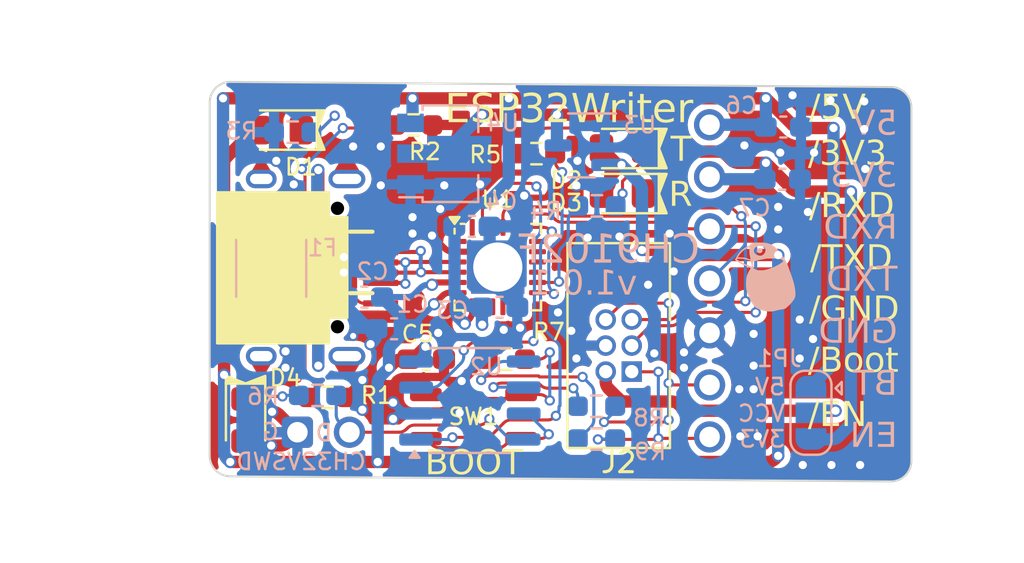
<source format=kicad_pcb>
(kicad_pcb (version 20240108) (generator "pcbnew") (generator_version "8.0")
  (title_block (title "ESP32-Write-CH9102F") (rev "1.0.1") (company "Atsushi Morimoto(@74th)"))
  (layers (0 "F.Cu" signal) (31 "B.Cu" signal) (34 "B.Paste" user) (35 "F.Paste" user) (36 "B.SilkS" user "B.Silkscreen") (37 "F.SilkS" user "F.Silkscreen") (38 "B.Mask" user) (39 "F.Mask" user) (44 "Edge.Cuts" user))
  (net 0 "")
  (net 1 "GND")
  (net 2 "VDD")
  (net 3 "+5V")
  (net 4 "+3V3")
  (net 5 "/ESP_EN")
  (net 6 "/USB_RXD")
  (net 7 "/USB_TXD")
  (net 8 "/ESP_BOOT")
  (net 9 "/SWDIO")
  (net 10 "Net-(D1-K)")
  (net 11 "Net-(D2-K)")
  (net 12 "Net-(D3-K)")
  (net 13 "Net-(D4-K)")
  (net 14 "Net-(J1-VBUS)")
  (net 15 "/D+")
  (net 16 "/D-")
  (net 17 "Net-(J1-CC1)")
  (net 18 "Net-(J1-CC2)")
  (net 19 "Net-(U1-TXS{slash}GPIO0)")
  (net 20 "Net-(U1-RXS{slash}GPIO1)")
  (net 21 "Net-(R7-Pad1)")
  (net 22 "Net-(U2-PC4)")
  (net 27 "/RTS")
  (net 29 "/DTR")
  (net 36 "Net-(U2-PC2)")
  (net 37 "Net-(U2-PC1)")
  (net 38 "Net-(J2-VCC)")
  (footprint "74th:Connector_USB-C-Receptacle_SMT_12-Pin_Simple" (layer "F.Cu") (at 52.865 35.56 -90)
    (property "Reference" "J1" (hide yes))
    (property "Value" "USB2.0-C_SMT")
  )
  (footprint "74th:PinOut_Pin_2" (layer "F.Cu") (at 57.07 43.6 180)
    (property "Reference" "CH2" (hide yes))
    (property "Value" "SWD")
  )
  (footprint "74th:Register_0603_1608" (layer "F.Cu") (at 56 41.9)
    (property "Reference" "R1")
    (property "Value" "5.1k" (hide yes))
  )
  (footprint "74th:PinOut_Pin_7" (layer "F.Cu") (at 74.65 28.59 -90)
    (property "Reference" "CH1" (hide yes))
    (property "Value" "Pin_7" (hide yes))
  )
  (footprint "74th:Register_0603_1608" (layer "F.Cu") (at 60.2 28.6)
    (property "Reference" "R2")
    (property "Value" "5.1k" (hide yes))
  )
  (footprint "74th:LED_0805_2012" (layer "F.Cu") (at 53.7 28.85 180)
    (property "Reference" "D1")
    (property "Value" "RED" (hide yes))
  )
  (footprint "74th:LED_0805_2012" (layer "F.Cu") (at 52 43 -90)
    (property "Reference" "D4")
    (property "Value" "YELLOW" (hide yes))
  )
  (footprint "74th:Connector_BoxPinHeader_2x03_P1.27mm" (layer "F.Cu") (at 70.215 39.37 180)
    (property "Reference" "J2")
    (property "Value" "ESP-Prog-ProgramCOM_SEND" (hide yes))
  )
  (footprint "74th:Capacitor_0603_1608" (layer "F.Cu") (at 60.725 40.035)
    (property "Reference" "C5")
    (property "Value" "100n" (hide yes))
  )
  (footprint "74th:Package_QFN-24-1EP_4x4mm_P0.5mm_EP2.6x2.6mm_hand" (layer "F.Cu") (at 64.3125 35.5375)
    (property "Reference" "U1")
    (property "Value" "CH9102F")
  )
  (footprint "74th:Switch_SKRPABE010_Pin-4" (layer "F.Cu") (at 63.125 42.835 180)
    (property "Reference" "SW1")
    (property "Value" "SW_Push" (hide yes))
  )
  (footprint "74th:LED_0805_2012" (layer "F.Cu") (at 70.4 31.95 180)
    (property "Reference" "D3")
    (property "Value" "BLUE" (hide yes))
  )
  (footprint "74th:Register_0603_1608" (layer "F.Cu") (at 64.725 40.035 180)
    (property "Reference" "R7")
    (property "Value" "10k" (hide yes))
  )
  (footprint "74th:Register_0603_1608" (layer "F.Cu") (at 66.2 30)
    (property "Reference" "R5")
    (property "Value" "10k" (hide yes))
  )
  (footprint "74th:LED_0805_2012" (layer "F.Cu") (at 70.4 29.75 180)
    (property "Reference" "D2")
    (property "Value" "BLUE" (hide yes))
  )
  (footprint "74th:Register_0603_1608" (layer "B.Cu") (at 69.13 43.93)
    (property "Reference" "R9")
    (property "Value" "10" (hide yes))
  )
  (footprint "74th:Package_Fuse_1812_4532m" (layer "B.Cu") (at 53.25 35.6 90)
    (property "Reference" "F1")
    (property "Value" "Polyfuse" (hide yes))
  )
  (footprint "74th:Capacitor_0603_1608" (layer "B.Cu") (at 59.35 38.55 180)
    (property "Reference" "C1")
    (property "Value" "100n" (hide yes))
  )
  (footprint "74th:Register_0603_1608" (layer "B.Cu") (at 69.15 32.55 180)
    (property "Reference" "R4")
    (property "Value" "10k" (hide yes))
  )
  (footprint "74th:SolderJumper-3" (layer "B.Cu") (at 79.6 42.65 -90)
    (property "Reference" "JP1")
    (property "Value" "Jumper_3_Open")
  )
  (footprint "74th:Capacitor_0603_1608" (layer "B.Cu") (at 62.95 33.55)
    (property "Reference" "C4")
    (property "Value" "100n" (hide yes))
  )
  (footprint "74th:Capacitor_0603_1608" (layer "B.Cu") (at 64.3 37.5)
    (property "Reference" "C3")
    (property "Value" "100n" (hide yes))
  )
  (footprint "74th:Register_0603_1608" (layer "B.Cu") (at 69.13 42.33)
    (property "Reference" "R8")
    (property "Value" "10" (hide yes))
  )
  (footprint "74th:Logo_74th_4mm" (layer "B.Cu") (at 77.47 36.195 180)
    (property "Reference" "MISC-ICON" (hide yes))
    (property "Value" "LOGO" (hide yes))
  )
  (footprint "74th:Capacitor_0603_1608" (layer "B.Cu") (at 78.15 28.7)
    (property "Reference" "C6")
    (property "Value" "10u" (hide yes))
  )
  (footprint "74th:Package_SOIC-8_3.9x4.9mm_P1.27mm" (layer "B.Cu") (at 62.95 42.05)
    (property "Reference" "U2")
    (property "Value" "CH32V003J4M6")
  )
  (footprint "74th:Capacitor_0603_1608" (layer "B.Cu") (at 78.1 31.25)
    (property "Reference" "C7")
    (property "Value" "10u" (hide yes))
  )
  (footprint "74th:Capacitor_0603_1608" (layer "B.Cu") (at 57.9 37 180)
    (property "Reference" "C2")
    (property "Value" "100n" (hide yes))
  )
  (footprint "74th:Package_SOT-23" (layer "B.Cu") (at 68.4 29.6 180)
    (property "Reference" "U3")
    (property "Value" "CH213K")
  )
  (footprint "74th:Register_0603_1608" (layer "B.Cu") (at 54.3 28.95 180)
    (property "Reference" "R3")
    (property "Value" "5.1k" (hide yes))
  )
  (footprint "74th:Register_0603_1608" (layer "B.Cu") (at 55.5125 41.8)
    (property "Reference" "R6")
    (property "Value" "1k" (hide yes))
  )
  (footprint "74th:Package_SOT-89-3" (layer "B.Cu") (at 62 30)
    (property "Reference" "U4")
    (property "Value" "AMS1117")
  )
  (gr_arc (start 84.5 45) (mid 84.207107 45.707107) (end 83.5 46) (stroke (width 0.1)) (layer "Edge.Cuts"))
  (gr_line (start 51.25 26.5) (end 83.5 26.75) (stroke (width 0.1)) (layer "Edge.Cuts"))
  (gr_arc (start 51.25 45.75) (mid 50.542893 45.457107) (end 50.25 44.75) (stroke (width 0.1)) (layer "Edge.Cuts"))
  (gr_line (start 50.25 27.5) (end 50.25 44.75) (stroke (width 0.1)) (layer "Edge.Cuts"))
  (gr_line (start 84.5 45) (end 84.5 27.75) (stroke (width 0.1)) (layer "Edge.Cuts"))
  (gr_arc (start 50.25 27.5) (mid 50.542893 26.792893) (end 51.25 26.5) (stroke (width 0.1)) (layer "Edge.Cuts"))
  (gr_line (start 51.25 45.75) (end 83.5 46) (stroke (width 0.1)) (layer "Edge.Cuts"))
  (gr_arc (start 83.5 26.75) (mid 84.207107 27.042893) (end 84.5 27.75) (stroke (width 0.1)) (layer "Edge.Cuts"))
  (gr_text "3V3" (at 83.82 31.115 0) (layer "B.SilkS") (effects (font (size 1.2 1.2) (thickness 0.12)) (justify left mirror)))
  (gr_text "BT" (at 83.82 41.275 0) (layer "B.SilkS") (effects (font (size 1.2 1.2) (thickness 0.12)) (justify left mirror)))
  (gr_text "RXD" (at 83.82 33.655 0) (layer "B.SilkS") (effects (font (size 1.2 1.2) (thickness 0.12)) (justify left mirror)))
  (gr_text "GND" (at 83.82 38.735 0) (layer "B.SilkS") (effects (font (size 1.2 1.2) (thickness 0.12)) (justify left mirror)))
  (gr_text "3V3" (at 78.4 44.4 0) (layer "B.SilkS") (effects (font (size 0.8 0.8) (thickness 0.12)) (justify left bottom mirror)))
  (gr_text "VCC" (at 78.4 43.15 0) (layer "B.SilkS") (effects (font (size 0.8 0.8) (thickness 0.12)) (justify left bottom mirror)))
  (gr_text "CH9102F" (at 74.168 35.56 0) (layer "B.SilkS") (effects (font (size 1.4 1.4) (thickness 0.12)) (justify left bottom mirror)))
  (gr_text "EN" (at 83.82 43.815 0) (layer "B.SilkS") (effects (font (size 1.2 1.2) (thickness 0.12)) (justify left mirror)))
  (gr_text "G" (at 53.7 44.05 0) (layer "B.SilkS") (effects (font (size 0.8 0.8) (thickness 0.12)) (justify left bottom mirror)))
  (gr_text "v${REVISION}" (at 71.12 37.084 0) (layer "B.SilkS") (effects (font (size 1.2 1.2) (thickness 0.12)) (justify left bottom mirror)))
  (gr_text "CH32VSWD" (at 57.95 45.5 0) (layer "B.SilkS") (effects (font (size 0.8 0.8) (thickness 0.12)) (justify left bottom mirror)))
  (gr_text "5V" (at 78.4 41.85 0) (layer "B.SilkS") (effects (font (size 0.8 0.8) (thickness 0.12)) (justify left bottom mirror)))
  (gr_text "TXD" (at 83.82 36.195 0) (layer "B.SilkS") (effects (font (size 1.2 1.2) (thickness 0.12)) (justify left mirror)))
  (gr_text "5V" (at 83.82 28.575 0) (layer "B.SilkS") (effects (font (size 1.2 1.2) (thickness 0.12)) (justify left mirror)))
  (gr_text "D" (at 56.3 44.1 0) (layer "B.SilkS") (effects (font (size 0.8 0.8) (thickness 0.12)) (justify left bottom mirror)))
  (gr_text "/5V" (at 79.5 28.5 0) (layer "F.SilkS") (effects (font (size 1.2 1.2) (thickness 0.12)) (justify left bottom)))
  (gr_text "/GND" (at 79.5 38.35 0) (layer "F.SilkS") (effects (font (size 1.2 1.2) (thickness 0.12)) (justify left bottom)))
  (gr_text "/RXD" (at 79.5 33.3 0) (layer "F.SilkS") (effects (font (size 1.2 1.2) (thickness 0.12)) (justify left bottom)))
  (gr_text "/3V3" (at 79.45 30.75 0) (layer "F.SilkS") (effects (font (size 1.2 1.2) (thickness 0.12)) (justify left bottom)))
  (gr_text "ESP32Writer" (at 61.722 28.702 0) (layer "F.SilkS") (effects (font (size 1.4 1.4) (thickness 0.12)) (justify left bottom)))
  (gr_text "T" (at 72.75 29.85 0) (layer "F.SilkS") (effects (font (size 1.2 1.2) (thickness 0.12)) (justify left)))
  (gr_text "/EN" (at 79.45 43.5 0) (layer "F.SilkS") (effects (font (size 1.2 1.2) (thickness 0.12)) (justify left bottom)))
  (gr_text "R" (at 72.65 32.05 0) (layer "F.SilkS") (effects (font (size 1.2 1.2) (thickness 0.12)) (justify left)))
  (gr_text "/Boot" (at 79.45 40.85 0) (layer "F.SilkS") (effects (font (size 1.2 1.2) (thickness 0.12)) (justify left bottom)))
  (gr_text "/TXD" (at 79.55 35.85 0) (layer "F.SilkS") (effects (font (size 1.2 1.2) (thickness 0.12)) (justify left bottom)))
  (segment (start 59.2 42.15) (end 59.2 41.407107) (width 0.4) (layer "F.Cu") (net 1))
  (segment (start 62.375 34.7875) (end 63.5625 34.7875) (width 0.3) (layer "F.Cu") (net 1))
  (segment (start 65.6 32.05) (end 65.7 32.15) (width 0.3) (layer "F.Cu") (net 1))
  (segment (start 61.7 40.9) (end 61.753554 40.953554) (width 0.4) (layer "F.Cu") (net 1))
  (segment (start 62.107107 41.1) (end 62.55 41.1) (width 0.4) (layer "F.Cu") (net 1))
  (segment (start 65.7 32.15) (end 66.542893 32.15) (width 0.3) (layer "F.Cu") (net 1))
  (segment (start 56.9125 41.8375) (end 57.7 41.05) (width 0.4) (layer "F.Cu") (net 1))
  (segment (start 57.1 41.9) (end 57.7 42.5) (width 0.4) (layer "F.Cu") (net 1))
  (segment (start 62.375 34.7875) (end 62.094607 34.7875) (width 0.3) (layer "F.Cu") (net 1))
  (segment (start 53.293252 42.600359) (end 53.342103 42.600359) (width 0.6) (layer "F.Cu") (net 1))
  (segment (start 54.53 43.62) (end 54.046446 44.103554) (width 0.6) (layer "F.Cu") (net 1))
  (segment (start 66.9 32) (end 66.9 31.6) (width 0.3) (layer "F.Cu") (net 1))
  (segment (start 53.646446 42.746446) (end 54.5 43.6) (width 0.6) (layer "F.Cu") (net 1))
  (segment (start 61.741053 34.641053) (end 61.1 34) (width 0.3) (layer "F.Cu") (net 1))
  (segment (start 53.692893 44.25) (end 53.25 44.25) (width 0.6) (layer "F.Cu") (net 1))
  (segment (start 59.707107 40.9) (end 61.7 40.9) (width 0.4) (layer "F.Cu") (net 1))
  (segment (start 62.6 41.1) (end 62.55 41.1) (width 0.4) (layer "F.Cu") (net 1))
  (segment (start 62.75 40.95) (end 62.6 41.1) (width 0.4) (layer "F.Cu") (net 1))
  (segment (start 59.346447 41.053553) (end 59.353554 41.046446) (width 0.4) (layer "F.Cu") (net 1))
  (segment (start 63.665 40.035) (end 62.75 40.95) (width 0.4) (layer "F.Cu") (net 1))
  (segment (start 66.896447 32.003553) (end 66.9 32) (width 0.3) (layer "F.Cu") (net 1))
  (segment (start 53.292893 42.6) (end 53.293252 42.600359) (width 0.6) (layer "F.Cu") (net 1))
  (segment (start 54.53 43.6) (end 54.53 43.62) (width 0.6) (layer "F.Cu") (net 1))
  (segment (start 54.5 43.6) (end 54.53 43.6) (width 0.6) (layer "F.Cu") (net 1))
  (via (at 68.2 30.35) (size 0.6) (drill 0.4) (layers "F.Cu" "B.Cu") (net 1))
  (via (at 57.25 38.9) (size 0.5) (drill 0.3) (layers "F.Cu" "B.Cu") (net 1))
  (via (at 61.5 32.7) (size 0.6) (drill 0.4) (layers "F.Cu" "B.Cu") (net 1))
  (via (at 57.25 29.65) (size 0.6) (drill 0.4) (layers "F.Cu" "B.Cu") (net 1))
  (via (at 53.95 39.65) (size 0.6) (drill 0.4) (layers "F.Cu" "B.Cu") (net 1))
  (via (at 79.05 40) (size 0.6) (drill 0.4) (layers "F.Cu" "B.Cu") (net 1))
  (via (at 62.55 41.1) (size 0.6) (drill 0.4) (layers "F.Cu" "B.Cu") (net 1))
  (via (at 65.4 38.5) (size 0.6) (drill 0.4) (layers "F.Cu" "B.Cu") (net 1))
  (via (at 59.2 42.95) (size 0.6) (drill 0.4) (layers "F.Cu" "B.Cu") (net 1))
  (via (at 80.6 45.2) (size 0.6) (drill 0.4) (layers "F.Cu" "B.Cu") (net 1))
  (via (at 76.35 29.6) (size 0.6) (drill 0.4) (layers "F.Cu" "B.Cu") (net 1))
  (via (at 76.1 41.5) (size 0.6) (drill 0.4) (layers "F.Cu" "B.Cu") (net 1))
  (via (at 79.75 29.95) (size 0.6) (drill 0.4) (layers "F.Cu" "B.Cu") (net 1))
  (via (at 53.95 40.45) (size 0.6) (drill 0.4) (layers "F.Cu" "B.Cu") (net 1))
  (via (at 67.9 38.65) (size 0.6) (drill 0.4) (layers "F.Cu" "B.Cu") (net 1))
  (via (at 58.1 39.3) (size 0.6) (drill 0.4) (layers "F.Cu" "B.Cu") (net 1))
  (via (at 82 45.2) (size 0.6) (drill 0.4) (layers "F.Cu" "B.Cu") (net 1))
  (via (at 82.2 28.8) (size 0.6) (drill 0.4) (layers "F.Cu" "B.Cu") (net 1))
  (via (at 53.25 44.25) (size 0.6) (drill 0.4) (layers "F.Cu" "B.Cu") (net 1))
  (via (at 56.8 35.05) (size 0.6) (drill 0.4) (layers "F.Cu" "B.Cu") (net 1))
  (via (at 60.15 33.9) (size 0.6) (drill 0.4) (layers "F.Cu" "B.Cu") (net 1))
  (via (at 71.65 36.4) (size 0.6) (drill 0.4) (layers "F.Cu" "B.Cu") (net 1))
  (via (at 53.5 30.35) (size 0.6) (drill 0.4) (layers "F.Cu" "B.Cu") (net 1))
  (via (at 79.2 45.2) (size 0.6) (drill 0.4) (layers "F.Cu" "B.Cu") (net 1))
  (via (at 68.15 40) (size 0.6) (drill 0.4) (layers "F.Cu" "B.Cu") (net 1))
  (via (at 71.95 39.75) (size 0.6) (drill 0.4) (layers "F.Cu" "B.Cu") (net 1))
  (via (at 72.9 35.75) (size 0.6) (drill 0.4) (layers "F.Cu" "B.Cu") (net 1))
  (via (at 76.8 41.5) (size 0.6) (drill 0.4) (layers "F.Cu" "B.Cu") (net 1))
  (via (at 59.2 42.15) (size 0.6) (drill 0.4) (layers "F.Cu" "B.Cu") (net 1))
  (via (at 72.7 33.9) (size 0.6) (drill 0.4) (layers "F.Cu" "B.Cu") (net 1))
  (via (at 78 33.7) (size 0.6) (drill 0.4) (layers "F.Cu" "B.Cu") (net 1))
  (via (at 78.7 27.15) (size 0.6) (drill 0.4) (layers "F.Cu" "B.Cu") (net 1))
  (via (at 78 32.6) (size 0.6) (drill 0.4) (layers "F.Cu" "B.Cu") (net 1))
  (via (at 79.05 38.1) (size 0.6) (drill 0.4) (layers "F.Cu" "B.Cu") (net 1))
  (via (at 58.6 31.55) (size 0.6) (drill 0.4) (layers "F.Cu" "B.Cu") (net 1))
  (via (at 77 43.8) (size 0.6) (drill 0.4) (layers "F.Cu" "B.Cu") (net 1))
  (via (at 79.7 39.05) (size 0.6) (drill 0.4) (layers "F.Cu" "B.Cu") (net 1))
  (via (at 61.7 31.55) (size 0.6) (drill 0.4) (layers "F.Cu" "B.Cu") (net 1))
  (via (at 53.292893 42.6) (size 0.6) (drill 0.4) (layers "F.Cu" "B.Cu") (net 1))
  (via (at 54.35 31.5) (size 0.6) (drill 0.4) (layers "F.Cu" "B.Cu") (net 1))
  (via (at 65.6 32.05) (size 0.6) (drill 0.4) (layers "F.Cu" "B.Cu") (net 1))
  (via (at 70.25 34.05) (size 0.6) (drill 0.4) (layers "F.Cu" "B.Cu") (net 1))
  (via (at 76.15 43.8) (size 0.6) (drill 0.4) (layers "F.Cu" "B.Cu") (net 1))
  (via (at 57.7 42.5) (size 0.6) (drill 0.4) (layers "F.Cu" "B.Cu") (net 1))
  (via (at 73.4 39.7) (size 0.6) (drill 0.4) (layers "F.Cu" "B.Cu") (net 1))
  (via (at 76.8 38.8) (size 0.6) (drill 0.4) (layers "F.Cu" "B.Cu") (net 1))
  (via (at 58.6 29.65) (size 0.6) (drill 0.4) (layers "F.Cu" "B.Cu") (net 1))
  (via (at 57.7 41.05) (size 0.6) (drill 0.4) (layers "F.Cu" "B.Cu") (net 1))
  (via (at 82.2 27.45) (size 0.6) (drill 0.4) (layers "F.Cu" "B.Cu") (net 1))
  (via (at 67.25 37.75) (size 0.6) (drill 0.4) (layers "F.Cu" "B.Cu") (net 1))
  (via (at 82.25 30.75) (size 0.6) (drill 0.4) (layers "F.Cu" "B.Cu") (net 1))
  (via (at 79.45 32.85) (size 0.6) (drill 0.4) (layers "F.Cu" "B.Cu") (net 1))
  (via (at 61.4 38.75) (size 0.6) (drill 0.4) (layers "F.Cu" "B.Cu") (net 1))
  (via (at 68.7 34.1) (size 0.6) (drill 0.4) (layers "F.Cu" "B.Cu") (net 1))
  (via (at 56.8 35.8) (size 0.6) (drill 0.4) (layers "F.Cu" "B.Cu") (net 1))
  (via (at 76.8 40.35) (size 0.6) (drill 0.4) (layers "F.Cu" "B.Cu") (net 1))
  (via (at 64.6 38.6) (size 0.6) (drill 0.4) (layers "F.Cu" "B.Cu") (net 1))
  (via (at 78.1 29.95) (size 0.6) (drill 0.4) (layers "F.Cu" "B.Cu") (net 1))
  (via (at 73.4 40.45) (size 0.6) (drill 0.4) (layers "F.Cu" "B.Cu") (net 1))
  (via (at 60.15 33.1) (size 0.6) (drill 0.4) (layers "F.Cu" "B.Cu") (net 1))
  (via (at 80.55 27.4) (size 0.6) (drill 0.4) (layers "F.Cu" "B.Cu") (net 1))
  (via (at 62.45 42.65) (size 0.6) (drill 0.4) (layers "F.Cu" "B.Cu") (net 1))
  (via (at 68.15 31.55) (size 0.6) (drill 0.4) (layers "F.Cu" "B.Cu") (net 1))
  (via (at 63.45 31.5) (size 0.6) (drill 0.4) (layers "F.Cu" "B.Cu") (net 1))
  (via (at 61.1 34) (size 0.6) (drill 0.4) (layers "F.Cu" "B.Cu") (net 1))
  (arc (start 66.542893 32.15) (mid 66.734235 32.11194) (end 66.896447 32.003553) (width 0.3) (layer "F.Cu") (net 1))
  (arc (start 62.107107 41.1) (mid 61.915766 41.06194) (end 61.753554 40.953554) (width 0.4) (layer "F.Cu") (net 1))
  (arc (start 54.046446 44.103554) (mid 53.884234 44.21194) (end 53.692893 44.25) (width 0.6) (layer "F.Cu") (net 1))
  (arc (start 59.707107 40.9) (mid 59.515766 40.93806) (end 59.353554 41.046446) (width 0.4) (layer "F.Cu") (net 1))
  (arc (start 59.2 41.407107) (mid 59.23806 41.215765) (end 59.346447 41.053553) (width 0.4) (layer "F.Cu") (net 1))
  (arc (start 53.342103 42.600359) (mid 53.50667 42.648007) (end 53.646446 42.746446) (width 0.6) (layer "F.Cu") (net 1))
  (arc (start 62.094607 34.7875) (mid 61.903265 34.74944) (end 61.741053 34.641053) (width 0.3) (layer "F.Cu") (net 1))
  (segment (start 63.9125 33.55) (end 65.3 33.55) (width 0.6) (layer "B.Cu") (net 1))
  (segment (start 56.9375 37) (end 56.9375 37.280393) (width 0.6) (layer "B.Cu") (net 1))
  (segment (start 64.35 36.5875) (end 65.2625 37.5) (width 0.6) (layer "B.Cu") (net 1))
  (segment (start 62.9 38.95) (end 63.1 38.95) (width 0.4) (layer "B.Cu") (net 1))
  (segment (start 58.3875 38.55) (end 58.3875 38.805393) (width 0.6) (layer "B.Cu") (net 1))
  (segment (start 62.415 42.685) (end 62.45 42.65) (width 0.4) (layer "B.Cu") (net 1))
  (segment (start 62.046447 38.896447) (end 62.1 38.95) (width 0.4) (layer "B.Cu") (net 1))
  (segment (start 62.1 38.95) (end 62.9 38.95) (width 0.4) (layer "B.Cu") (net 1))
  (segment (start 64.196447 39.003553) (end 64.6 38.6) (width 0.4) (layer "B.Cu") (net 1))
  (segment (start 64.3125 35.5375) (end 65.203554 34.646446) (width 0.6) (layer "B.Cu") (net 1))
  (segment (start 65.65 32.1) (end 65.6 32.05) (width 0.3) (layer "B.Cu") (net 1))
  (segment (start 63.507107 39.15) (end 63.842893 39.15) (width 0.4) (layer "B.Cu") (net 1))
  (segment (start 59.318553 42.831447) (end 59.2 42.95) (width 0.4) (layer "B.Cu") (net 1))
  (segment (start 63.9125 33.55) (end 63.9125 34.930393) (width 0.6) (layer "B.Cu") (net 1))
  (segment (start 58.241053 39.158947) (end 58.1 39.3) (width 0.6) (layer "B.Cu") (net 1))
  (segment (start 65.35 34.292893) (end 65.35 33.5) (width 0.6) (layer "B.Cu") (net 1))
  (segment (start 61.3 38.75) (end 61.692893 38.75) (width 0.4) (layer "B.Cu") (net 1))
  (segment (start 60.475 42.685) (end 59.672107 42.685) (width 0.4) (layer "B.Cu") (net 1))
  (segment (start 59.735 42.685) (end 59.2 42.15) (width 0.4) (layer "B.Cu") (net 1))
  (segment (start 64.3125 36.5875) (end 64.35 36.5875) (width 0.6) (layer "B.Cu") (net 1))
  (segment (start 60.475 42.685) (end 62.415 42.685) (width 0.4) (layer "B.Cu") (net 1))
  (segment (start 65.116053 36.341053) (end 64.3125 35.5375) (width 0.6) (layer "B.Cu") (net 1))
  (segment (start 65.2625 37.5) (end 65.2625 36.694607) (width 0.6) (layer "B.Cu") (net 1))
  (segment (start 57.083947 37.633947) (end 57.853554 38.403554) (width 0.6) (layer "B.Cu") (net 1))
  (segment (start 65.35 33.5) (end 65.453554 33.396446) (width 0.6) (layer "B.Cu") (net 1))
  (segment (start 65.2625 36.6875) (end 65.2625 37.5) (width 0.6) (layer "B.Cu") (net 1))
  (segment (start 65.6 33.042893) (end 65.6 32.05) (width 0.6) (layer "B.Cu") (net 1))
  (segment (start 63.1 38.95) (end 63.153554 39.003554) (width 0.4) (layer "B.Cu") (net 1))
  (segment (start 64.058947 35.283947) (end 64.3125 35.5375) (width 0.6) (layer "B.Cu") (net 1))
  (segment (start 58.207107 38.55) (end 58.3875 38.55) (width 0.6) (layer "B.Cu") (net 1))
  (segment (start 65.3 33.55) (end 65.35 33.5) (width 0.6) (layer "B.Cu") (net 1))
  (arc (start 65.35 34.292893) (mid 65.31194 34.484234) (end 65.203554 34.646446) (width 0.6) (layer "B.Cu") (net 1))
  (arc (start 64.058947 35.283947) (mid 63.95056 35.121735) (end 63.9125 34.930393) (width 0.6) (layer "B.Cu") (net 1))
  (arc (start 62.046447 38.896447) (mid 61.884235 38.78806) (end 61.692893 38.75) (width 0.4) (layer "B.Cu") (net 1))
  (arc (start 65.116053 36.341053) (mid 65.22444 36.503265) (end 65.2625 36.694607) (width 0.6) (layer "B.Cu") (net 1))
  (arc (start 64.196447 39.003553) (mid 64.034235 39.11194) (end 63.842893 39.15) (width 0.4) (layer "B.Cu") (net 1))
  (arc (start 65.6 33.042893) (mid 65.56194 33.234234) (end 65.453554 33.396446) (width 0.6) (layer "B.Cu") (net 1))
  (arc (start 59.318553 42.831447) (mid 59.480765 42.72306) (end 59.672107 42.685) (width 0.4) (layer "B.Cu") (net 1))
  (arc (start 63.507107 39.15) (mid 63.315766 39.11194) (end 63.153554 39.003554) (width 0.4) (layer "B.Cu") (net 1))
  (arc (start 58.3875 38.805393) (mid 58.34944 38.996735) (end 58.241053 39.158947) (width 0.6) (layer "B.Cu") (net 1))
  (arc (start 56.9375 37.280393) (mid 56.97556 37.471735) (end 57.083947 37.633947) (width 0.6) (layer "B.Cu") (net 1))
  (arc (start 58.207107 38.55) (mid 58.015766 38.51194) (end 57.853554 38.403554) (width 0.6) (layer "B.Cu") (net 1))
  (segment (start 70.35 30.55) (end 70.175 30.55) (width 0.6) (layer "F.Cu") (net 2))
  (segment (start 52.05 45.05) (end 52.05 44.075) (width 0.6) (layer "F.Cu") (net 2))
  (segment (start 58.45 45.05) (end 77.492893 45.05) (width 0.6) (layer "F.Cu") (net 2))
  (segment (start 62.375 36.7875) (end 61.969607 36.7875) (width 0.3) (layer "F.Cu") (net 2))
  (segment (start 50.95 30.507107) (end 50.95 40.8) (width 0.6) (layer "F.Cu") (net 2))
  (segment (start 69.8 31.317893) (end 69.8 31) (width 0.6) (layer "F.Cu") (net 2))
  (segment (start 69.8 31) (end 69.9 31) (width 0.6) (layer "F.Cu") (net 2))
  (segment (start 61.616053 36.933947) (end 61.2 37.35) (width 0.3) (layer "F.Cu") (net 2))
  (segment (start 70.175 30.55) (end 69.375 29.75) (width 0.6) (layer "F.Cu") (net 2))
  (segment (start 73.907107 34.95) (end 78 34.95) (width 0.6) (layer "F.Cu") (net 2))
  (segment (start 77.846447 44.903553) (end 78 44.75) (width 0.6) (layer "F.Cu") (net 2))
  (segment (start 52.4 28.85) (end 51.096446 30.153554) (width 0.6) (layer "F.Cu") (net 2))
  (segment (start 71.35 34.7) (end 73.45 34.7) (width 0.6) (layer "F.Cu") (net 2))
  (segment (start 60.171146 40.035) (end 60.778073 39.428073) (width 0.6) (layer "F.Cu") (net 2))
  (segment (start 61.2125 36.2875) (end 61.1 36.4) (width 0.3) (layer "F.Cu") (net 2))
  (segment (start 69.9 31) (end 70.35 30.55) (width 0.6) (layer "F.Cu") (net 2))
  (segment (start 59.622107 40.035) (end 59.9625 40.035) (width 0.6) (layer "F.Cu") (net 2))
  (segment (start 62.375 36.2875) (end 61.2125 36.2875) (width 0.3) (layer "F.Cu") (net 2))
  (segment (start 59 40.45) (end 59.268554 40.181446) (width 0.6) (layer "F.Cu") (net 2))
  (segment (start 69.375 31.95) (end 69.653554 31.671446) (width 0.6) (layer "F.Cu") (net 2))
  (segment (start 52.05 45.05) (end 51.25 45.05) (width 0.6) (layer "F.Cu") (net 2))
  (segment (start 58.45 45.05) (end 52.05 45.05) (width 0.6) (layer "F.Cu") (net 2))
  (segment (start 73.45 34.7) (end 73.553554 34.803554) (width 0.6) (layer "F.Cu") (net 2))
  (via (at 78 34.95) (size 0.6) (drill 0.4) (layers "F.Cu" "B.Cu") (net 2))
  (via (at 71.35 34.7) (size 0.6) (drill 0.4) (layers "F.Cu" "B.Cu") (net 2))
  (via (at 70.35 30.55) (size 0.6) (drill 0.4) (layers "F.Cu" "B.Cu") (net 2))
  (via (at 59 40.45) (size 0.6) (drill 0.4) (layers "F.Cu" "B.Cu") (net 2))
  (via (at 58.45 45.05) (size 0.6) (drill 0.4) (layers "F.Cu" "B.Cu") (net 2))
  (via (at 78 44.75) (size 0.6) (drill 0.4) (layers "F.Cu" "B.Cu") (net 2))
  (via (at 61.1 36.4) (size 0.6) (drill 0.4) (layers "F.Cu" "B.Cu") (net 2))
  (via (at 51.25 45.05) (size 0.6) (drill 0.4) (layers "F.Cu" "B.Cu") (net 2))
  (via (at 50.95 40.8) (size 0.6) (drill 0.4) (layers "F.Cu" "B.Cu") (net 2))
  (via (at 60.778073 39.428073) (size 0.6) (drill 0.4) (layers "F.Cu" "B.Cu") (net 2))
  (via (at 61.2 37.35) (size 0.6) (drill 0.4) (layers "F.Cu" "B.Cu") (net 2))
  (arc (start 73.907107 34.95) (mid 73.715766 34.91194) (end 73.553554 34.803554) (width 0.6) (layer "F.Cu") (net 2))
  (arc (start 61.969607 36.7875) (mid 61.778265 36.82556) (end 61.616053 36.933947) (width 0.3) (layer "F.Cu") (net 2))
  (arc (start 50.95 30.507107) (mid 50.98806 30.315766) (end 51.096446 30.153554) (width 0.6) (layer "F.Cu") (net 2))
  (arc (start 59.622107 40.035) (mid 59.430766 40.07306) (end 59.268554 40.181446) (width 0.6) (layer "F.Cu") (net 2))
  (arc (start 77.492893 45.05) (mid 77.684235 45.01194) (end 77.846447 44.903553) (width 0.6) (layer "F.Cu") (net 2))
  (arc (start 69.8 31.317893) (mid 69.76194 31.509234) (end 69.653554 31.671446) (width 0.6) (layer "F.Cu") (net 2))
  (segment (start 60.631626 39.988374) (end 60.475 40.145) (width 0.6) (layer "B.Cu") (net 2))
  (segment (start 58.45 45.05) (end 58.45 41.207107) (width 0.6) (layer "B.Cu") (net 2))
  (segment (start 59 40.45) (end 59 39.660961) (width 0.6) (layer "B.Cu") (net 2))
  (segment (start 59.38048 37.73048) (end 58.6625 37.0125) (width 0.6) (layer "B.Cu") (net 2))
  (segment (start 78 34.95) (end 78 44.75) (width 0.6) (layer "B.Cu") (net 2))
  (segment (start 61.2 37.35) (end 60.1125 38.4375) (width 0.3) (layer "B.Cu") (net 2))
  (segment (start 50.95 40.8) (end 50.95 44.542893) (width 0.6) (layer "B.Cu") (net 2))
  (segment (start 58.596447 40.853553) (end 59 40.45) (width 0.6) (layer "B.Cu") (net 2))
  (segment (start 59.146447 39.307407) (end 59.526927 38.926927) (width 0.6) (layer "B.Cu") (net 2))
  (segment (start 60.553553 36.546447) (end 60.246446 36.853554) (width 0.3) (layer "B.Cu") (net 2))
  (segment (start 69.5375 30.55) (end 70.35 30.55) (width 0.6) (layer "B.Cu") (net 2))
  (segment (start 60.778073 39.428073) (end 60.778073 39.63482) (width 0.6) (layer "B.Cu") (net 2))
  (segment (start 59.526927 38.926927) (end 59.903854 38.55) (width 0.6) (layer "B.Cu") (net 2))
  (segment (start 71.35 31.757107) (end 71.35 34.7) (width 0.6) (layer "B.Cu") (net 2))
  (segment (start 59.892893 37) (end 58.6625 37) (width 0.3) (layer "B.Cu") (net 2))
  (segment (start 59.526927 38.926927) (end 59.526927 38.084034) (width 0.6) (layer "B.Cu") (net 2))
  (segment (start 70.35 30.55) (end 71.203554 31.403554) (width 0.6) (layer "B.Cu") (net 2))
  (segment (start 61.1 36.4) (end 60.907107 36.4) (width 0.3) (layer "B.Cu") (net 2))
  (segment (start 51.096447 44.896447) (end 51.25 45.05) (width 0.6) (layer "B.Cu") (net 2))
  (arc (start 60.631626 39.988374) (mid 60.740013 39.826162) (end 60.778073 39.63482) (width 0.6) (layer "B.Cu") (net 2))
  (arc (start 60.553553 36.546447) (mid 60.715765 36.43806) (end 60.907107 36.4) (width 0.3) (layer "B.Cu") (net 2))
  (arc (start 58.45 41.207107) (mid 58.48806 41.015765) (end 58.596447 40.853553) (width 0.6) (layer "B.Cu") (net 2))
  (arc (start 50.95 44.542893) (mid 50.98806 44.734235) (end 51.096447 44.896447) (width 0.6) (layer "B.Cu") (net 2))
  (arc (start 71.35 31.757107) (mid 71.31194 31.565766) (end 71.203554 31.403554) (width 0.6) (layer "B.Cu") (net 2))
  (arc (start 59 39.660961) (mid 59.03806 39.469619) (end 59.146447 39.307407) (width 0.6) (layer "B.Cu") (net 2))
  (arc (start 59.38048 37.73048) (mid 59.488867 37.892692) (end 59.526927 38.084034) (width 0.6) (layer "B.Cu") (net 2))
  (arc (start 60.246446 36.853554) (mid 60.084234 36.96194) (end 59.892893 37) (width 0.3) (layer "B.Cu") (net 2))
  (segment (start 60.15 27.3) (end 64.85 27.3) (width 0.6) (layer "F.Cu") (net 3))
  (segment (start 63.5625 37.475) (end 63.55 37.4875) (width 0.3) (layer "F.Cu") (net 3))
  (segment (start 64.85 27.3) (end 72.2 27.3) (width 0.6) (layer "F.Cu") (net 3))
  (segment (start 77.4 27.3) (end 72.2 27.3) (width 0.6) (layer "F.Cu") (net 3))
  (segment (start 80.7 28.75) (end 79.057107 28.75) (width 0.6) (layer "F.Cu") (net 3))
  (segment (start 63.55 37.4875) (end 63.55 38.35) (width 0.3) (layer "F.Cu") (net 3))
  (segment (start 78.703553 28.603553) (end 77.4 27.3) (width 0.6) (layer "F.Cu") (net 3))
  (segment (start 62.916053 38.083947) (end 62.7 38.3) (width 0.3) (layer "F.Cu") (net 3))
  (segment (start 50.9 27.3) (end 60.15 27.3) (width 0.6) (layer "F.Cu") (net 3))
  (segment (start 63.0625 37.475) (end 63.0625 37.730393) (width 0.3) (layer "F.Cu") (net 3))
  (via (at 60.15 27.3) (size 0.6) (drill 0.4) (layers "F.Cu" "B.Cu") (net 3))
  (via (at 64.85 27.3) (size 0.6) (drill 0.4) (layers "F.Cu" "B.Cu") (net 3))
  (via (at 77.4 27.3) (size 0.6) (drill 0.4) (layers "F.Cu" "B.Cu") (net 3))
  (via (at 62.7 38.3) (size 0.6) (drill 0.4) (layers "F.Cu" "B.Cu") (net 3))
  (via (at 80.7 28.75) (size 0.6) (drill 0.4) (layers "F.Cu" "B.Cu") (net 3))
  (via (at 50.9 27.3) (size 0.6) (drill 0.4) (layers "F.Cu" "B.Cu") (net 3))
  (via (at 63.55 38.35) (size 0.6) (drill 0.4) (layers "F.Cu" "B.Cu") (net 3))
  (arc (start 79.057107 28.75) (mid 78.865765 28.71194) (end 78.703553 28.603553) (width 0.6) (layer "F.Cu") (net 3))
  (arc (start 62.916053 38.083947) (mid 63.02444 37.921735) (end 63.0625 37.730393) (width 0.3) (layer "F.Cu") (net 3))
  (segment (start 63.5375 37.5) (end 63.5375 38.3375) (width 0.6) (layer "B.Cu") (net 3))
  (segment (start 62.1875 33.55) (end 63.191054 32.546446) (width 0.6) (layer "B.Cu") (net 3))
  (segment (start 64.85 31.142893) (end 64.85 31) (width 0.6) (layer "B.Cu") (net 3))
  (segment (start 62.2 33.5625) (end 62.1875 33.55) (width 0.6) (layer "B.Cu") (net 3))
  (segment (start 62.25 36.85) (end 62.25 37.642893) (width 0.6) (layer "B.Cu") (net 3))
  (segment (start 74.65 28.59) (end 77.2775 28.59) (width 0.6) (layer "B.Cu") (net 3))
  (segment (start 80.553553 40.396447) (end 79.6 41.35) (width 0.6) (layer "B.Cu") (net 3))
  (segment (start 63.5375 37.45) (end 63.057107 37.45) (width 0.6) (layer "B.Cu") (net 3))
  (segment (start 62.2 34.8) (end 62.2 36.8) (width 0.6) (layer "B.Cu") (net 3))
  (segment (start 53.25 33.375) (end 51.482107 33.375) (width 0.6) (layer "B.Cu") (net 3))
  (segment (start 62.703553 37.303553) (end 62.25 36.85) (width 0.6) (layer "B.Cu") (net 3))
  (segment (start 60.15 27.3) (end 60.15 28.4) (width 0.6) (layer "B.Cu") (net 3))
  (segment (start 80.7 28.75) (end 80.7 40.042893) (width 0.6) (layer "B.Cu") (net 3))
  (segment (start 62.2 36.8) (end 62.25 36.85) (width 0.6) (layer "B.Cu") (net 3))
  (segment (start 64.85 27.3) (end 64.85 31) (width 0.6) (layer "B.Cu") (net 3))
  (segment (start 62.396447 37.996447) (end 62.7 38.3) (width 0.6) (layer "B.Cu") (net 3))
  (segment (start 63.5375 38.3375) (end 63.55 38.35) (width 0.6) (layer "B.Cu") (net 3))
  (segment (start 77.4 27.3) (end 77.4 28.6875) (width 0.6) (layer "B.Cu") (net 3))
  (segment (start 63.946447 32.253553) (end 64.703554 31.496446) (width 0.6) (layer "B.Cu") (net 3))
  (segment (start 63.544607 32.4) (end 63.592893 32.4) (width 0.6) (layer "B.Cu") (net 3))
  (segment (start 50.9 32.792893) (end 50.9 27.3) (width 0.6) (layer "B.Cu") (net 3))
  (segment (start 62.2 34.8) (end 62.2 33.5625) (width 0.6) (layer "B.Cu") (net 3))
  (segment (start 51.128553 33.228553) (end 51.046446 33.146446) (width 0.6) (layer "B.Cu") (net 3))
  (arc (start 63.057107 37.45) (mid 62.865765 37.41194) (end 62.703553 37.303553) (width 0.6) (layer "B.Cu") (net 3))
  (arc (start 62.25 37.642893) (mid 62.28806 37.834235) (end 62.396447 37.996447) (width 0.6) (layer "B.Cu") (net 3))
  (arc (start 63.191054 32.546446) (mid 63.353266 32.43806) (end 63.544607 32.4) (width 0.6) (layer "B.Cu") (net 3))
  (arc (start 51.482107 33.375) (mid 51.290765 33.33694) (end 51.128553 33.228553) (width 0.6) (layer "B.Cu") (net 3))
  (arc (start 64.703554 31.496446) (mid 64.81194 31.334234) (end 64.85 31.142893) (width 0.6) (layer "B.Cu") (net 3))
  (arc (start 50.9 32.792893) (mid 50.93806 32.984234) (end 51.046446 33.146446) (width 0.6) (layer "B.Cu") (net 3))
  (arc (start 63.946447 32.253553) (mid 63.784235 32.36194) (end 63.592893 32.4) (width 0.6) (layer "B.Cu") (net 3))
  (arc (start 80.553553 40.396447) (mid 80.66194 40.234235) (end 80.7 40.042893) (width 0.6) (layer "B.Cu") (net 3))
  (segment (start 72.042893 28.1) (end 67.2 28.1) (width 0.6) (layer "F.Cu") (net 4))
  (segment (start 75.703553 30.303553) (end 75.446446 30.046446) (width 0.6) (layer "F.Cu") (net 4))
  (segment (start 81.55 31.85) (end 79.007107 31.85) (width 0.6) (layer "F.Cu") (net 4))
  (segment (start 75.092893 29.9) (end 74.257107 29.9) (width 0.6) (layer "F.Cu") (net 4))
  (segment (start 78.653553 31.703553) (end 77.4 30.45) (width 0.6) (layer "F.Cu") (net 4))
  (segment (start 77.4 30.45) (end 76.057107 30.45) (width 0.6) (layer "F.Cu") (net 4))
  (segment (start 73.903553 29.753553) (end 72.396446 28.246446) (width 0.6) (layer "F.Cu") (net 4))
  (segment (start 63.55 28.1) (end 67.2 28.1) (width 0.6) (layer "F.Cu") (net 4))
  (via (at 81.55 31.85) (size 0.6) (drill 0.4) (layers "F.Cu" "B.Cu") (net 4))
  (via (at 67.2 28.1) (size 0.6) (drill 0.4) (layers "F.Cu" "B.Cu") (net 4))
  (via (at 77.4 30.45) (size 0.6) (drill 0.4) (layers "F.Cu" "B.Cu") (net 4))
  (via (at 63.55 28.1) (size 0.6) (drill 0.4) (layers "F.Cu" "B.Cu") (net 4))
  (arc (start 75.703553 30.303553) (mid 75.865765 30.41194) (end 76.057107 30.45) (width 0.6) (layer "F.Cu") (net 4))
  (arc (start 79.007107 31.85) (mid 78.815765 31.81194) (end 78.653553 31.703553) (width 0.6) (layer "F.Cu") (net 4))
  (arc (start 72.042893 28.1) (mid 72.234234 28.13806) (end 72.396446 28.246446) (width 0.6) (layer "F.Cu") (net 4))
  (arc (start 74.257107 29.9) (mid 74.065765 29.86194) (end 73.903553 29.753553) (width 0.6) (layer "F.Cu") (net 4))
  (arc (start 75.446446 30.046446) (mid 75.284234 29.93806) (end 75.092893 29.9) (width 0.6) (layer "F.Cu") (net 4))
  (segment (start 67.2 28.1) (end 67.2 29.5375) (width 0.6) (layer "B.Cu") (net 4))
  (segment (start 61.65 30) (end 63.55 28.1) (width 0.6) (layer "B.Cu") (net 4))
  (segment (start 81.403553 43.346447) (end 80.946446 43.803554) (width 0.6) (layer "B.Cu") (net 4))
  (segment (start 67.2 29.5375) (end 67.2625 29.6) (width 0.6) (layer "B.Cu") (net 4))
  (segment (start 77.4 30.45) (end 77.4 31.1875) (width 0.6) (layer "B.Cu") (net 4))
  (segment (start 77.3375 31.25) (end 74.77 31.25) (width 0.6) (layer "B.Cu") (net 4))
  (segment (start 80.592893 43.95) (end 79.6 43.95) (width 0.6) (layer "B.Cu") (net 4))
  (segment (start 81.55 31.85) (end 81.55 42.992893) (width 0.6) (layer "B.Cu") (net 4))
  (arc (start 80.946446 43.803554) (mid 80.784234 43.91194) (end 80.592893 43.95) (width 0.6) (layer "B.Cu") (net 4))
  (arc (start 81.403553 43.346447) (mid 81.51194 43.184235) (end 81.55 42.992893) (width 0.6) (layer "B.Cu") (net 4))
  (segment (start 72.1 43.95) (end 72.15 43.9) (width 0.15) (layer "F.Cu") (net 5))
  (segment (start 72.15 40.65) (end 70.86 40.65) (width 0.15) (layer "F.Cu") (net 5))
  (segment (start 69.2 43.95) (end 72.1 43.95) (width 0.15) (layer "F.Cu") (net 5))
  (segment (start 72.15 43.9) (end 74.58 43.9) (width 0.15) (layer "F.Cu") (net 5))
  (via (at 72.15 43.9) (size 0.5) (drill 0.3) (layers "F.Cu" "B.Cu") (net 5))
  (via (at 69.2 43.95) (size 0.5) (drill 0.3) (layers "F.Cu" "B.Cu") (net 5))
  (via (at 72.15 40.65) (size 0.5) (drill 0.3) (layers "F.Cu" "B.Cu") (net 5))
  (segment (start 69.22 43.93) (end 69.2 43.95) (width 0.15) (layer "B.Cu") (net 5))
  (segment (start 70.0425 43.93) (end 69.22 43.93) (width 0.15) (layer "B.Cu") (net 5))
  (segment (start 72.15 43.9) (end 72.15 40.65) (width 0.15) (layer "B.Cu") (net 5))
  (segment (start 71.603553 38.546447) (end 70.85 39.3) (width 0.15) (layer "F.Cu") (net 6))
  (segment (start 66.642893 32.95) (end 65.457107 32.95) (width 0.15) (layer "F.Cu") (net 6))
  (segment (start 76.9 33.55) (end 74.77 33.55) (width 0.15) (layer "F.Cu") (net 6))
  (segment (start 73.323553 33.523553) (end 73.296446 33.496446) (width 0.15) (layer "F.Cu") (net 6))
  (segment (start 65.103553 33.096447) (end 65.0625 33.1375) (width 0.15) (layer "F.Cu") (net 6))
  (segment (start 65.0625 33.1375) (end 65.0625 33.6) (width 0.15) (layer "F.Cu") (net 6))
  (segment (start 72.767157 38.4) (end 71.957107 38.4) (width 0.15) (layer "F.Cu") (net 6))
  (segment (start 74.65 33.67) (end 73.677107 33.67) (width 0.15) (layer "F.Cu") (net 6))
  (segment (start 67.103553 33.203553) (end 66.996446 33.096446) (width 0.15) (layer "F.Cu") (net 6))
  (segment (start 76.9 37.75) (end 73.831371 37.75) (width 0.15) (layer "F.Cu") (net 6))
  (segment (start 73.477817 37.896447) (end 73.12071 38.253554) (width 0.15) (layer "F.Cu") (net 6))
  (segment (start 72.942893 33.35) (end 67.457107 33.35) (width 0.15) (layer "F.Cu") (net 6))
  (via (at 76.9 37.75) (size 0.5) (drill 0.3) (layers "F.Cu" "B.Cu") (net 6))
  (via (at 76.9 33.55) (size 0.5) (drill 0.3) (layers "F.Cu" "B.Cu") (net 6))
  (arc (start 66.642893 32.95) (mid 66.834234 32.98806) (end 66.996446 33.096446) (width 0.15) (layer "F.Cu") (net 6))
  (arc (start 73.831371 37.75) (mid 73.640029 37.78806) (end 73.477817 37.896447) (width 0.15) (layer "F.Cu") (net 6))
  (arc (start 72.767157 38.4) (mid 72.958498 38.36194) (end 73.12071 38.253554) (width 0.15) (layer "F.Cu") (net 6))
  (arc (start 73.296446 33.496446) (mid 73.134234 33.38806) (end 72.942893 33.35) (width 0.15) (layer "F.Cu") (net 6))
  (arc (start 73.323553 33.523553) (mid 73.485765 33.63194) (end 73.677107 33.67) (width 0.15) (layer "F.Cu") (net 6))
  (arc (start 71.603553 38.546447) (mid 71.765765 38.43806) (end 71.957107 38.4) (width 0.15) (layer "F.Cu") (net 6))
  (arc (start 65.457107 32.95) (mid 65.265765 32.98806) (end 65.103553 33.096447) (width 0.15) (layer "F.Cu") (net 6))
  (arc (start 67.103553 33.203553) (mid 67.265765 33.31194) (end 67.457107 33.35) (width 0.15) (layer "F.Cu") (net 6))
  (segment (start 76.9 37.75) (end 76.9 33.55) (width 0.15) (layer "B.Cu") (net 6))
  (segment (start 73.303553 32.796447) (end 73.196446 32.903554) (width 0.15) (layer "F.Cu") (net 7))
  (segment (start 64.5625 33.044607) (end 64.5625 33.6) (width 0.15) (layer "F.Cu") (net 7))
  (segment (start 76.15 33.05) (end 75.896446 32.796446) (width 0.15) (layer "F.Cu") (net 7))
  (segment (start 73.553553 37.396447) (end 72.996446 37.953554) (width 0.15) (layer "F.Cu") (net 7))
  (segment (start 76.2 33.05) (end 76.15 33.05) (width 0.15) (layer "F.Cu") (net 7))
  (segment (start 67.303553 32.903553) (end 67.146446 32.746446) (width 0.15) (layer "F.Cu") (net 7))
  (segment (start 72.642893 38.1) (end 70.85 38.1) (width 0.15) (layer "F.Cu") (net 7))
  (segment (start 75.542893 32.65) (end 73.657107 32.65) (width 0.15) (layer "F.Cu") (net 7))
  (segment (start 66.792893 32.6) (end 64.8 32.6) (width 0.15) (layer "F.Cu") (net 7))
  (segment (start 76.35 37.25) (end 73.907107 37.25) (width 0.15) (layer "F.Cu") (net 7))
  (segment (start 72.842893 33.05) (end 67.657107 33.05) (width 0.15) (layer "F.Cu") (net 7))
  (segment (start 64.8 32.6) (end 64.708946 32.691054) (width 0.15) (layer "F.Cu") (net 7))
  (segment (start 76.4 37.2) (end 76.35 37.25) (width 0.15) (layer "F.Cu") (net 7))
  (via (at 76.2 33.05) (size 0.5) (drill 0.3) (layers "F.Cu" "B.Cu") (net 7))
  (via (at 76.4 37.2) (size 0.5) (drill 0.3) (layers "F.Cu" "B.Cu") (net 7))
  (arc (start 67.303553 32.903553) (mid 67.465765 33.01194) (end 67.657107 33.05) (width 0.15) (layer "F.Cu") (net 7))
  (arc (start 73.196446 32.903554) (mid 73.034234 33.01194) (end 72.842893 33.05) (width 0.15) (layer "F.Cu") (net 7))
  (arc (start 64.5625 33.044607) (mid 64.60056 32.853266) (end 64.708946 32.691054) (width 0.15) (layer "F.Cu") (net 7))
  (arc (start 73.553553 37.396447) (mid 73.715765 37.28806) (end 73.907107 37.25) (width 0.15) (layer "F.Cu") (net 7))
  (arc (start 72.996446 37.953554) (mid 72.834234 38.06194) (end 72.642893 38.1) (width 0.15) (layer "F.Cu") (net 7))
  (arc (start 67.146446 32.746446) (mid 66.984234 32.63806) (end 66.792893 32.6) (width 0.15) (layer "F.Cu") (net 7))
  (arc (start 73.303553 32.796447) (mid 73.465765 32.68806) (end 73.657107 32.65) (width 0.15) (layer "F.Cu") (net 7))
  (arc (start 75.896446 32.796446) (mid 75.734234 32.68806) (end 75.542893 32.65) (width 0.15) (layer "F.Cu") (net 7))
  (segment (start 76.253553 33.103553) (end 76.2 33.05) (width 0.15) (layer "B.Cu") (net 7))
  (segment (start 76.253553 34.606447) (end 74.65 36.21) (width 0.15) (layer "B.Cu") (net 7))
  (segment (start 76.4 34.2) (end 76.4 34.252893) (width 0.15) (layer "B.Cu") (net 7))
  (segment (start 76.4 34.2) (end 76.4 33.457107) (width 0.15) (layer "B.Cu") (net 7))
  (segment (start 76.4 34.2) (end 76.4 37.2) (width 0.15) (layer "B.Cu") (net 7))
  (arc (start 76.253553 34.606447) (mid 76.36194 34.444235) (end 76.4 34.252893) (width 0.15) (layer "B.Cu") (net 7))
  (arc (start 76.253553 33.103553) (mid 76.36194 33.265765) (end 76.4 33.457107) (width 0.15) (layer "B.Cu") (net 7))
  (segment (start 72.65 41.2) (end 72.74 41.29) (width 0.15) (layer "F.Cu") (net 8))
  (segment (start 72.55 43.1) (end 72.65 43) (width 0.15) (layer "F.Cu") (net 8))
  (segment (start 72.74 41.29) (end 74.65 41.29) (width 0.15) (layer "F.Cu") (net 8))
  (segment (start 72.65 37.3) (end 70.587107 37.3) (width 0.15) (layer "F.Cu") (net 8))
  (segment (start 69.5 43.1) (end 72.55 43.1) (width 0.15) (layer "F.Cu") (net 8))
  (segment (start 70.233553 37.446447) (end 69.58 38.1) (width 0.15) (layer "F.Cu") (net 8))
  (via (at 72.65 41.2) (size 0.5) (drill 0.3) (layers "F.Cu" "B.Cu") (net 8))
  (via (at 69.5 43.1) (size 0.5) (drill 0.3) (layers "F.Cu" "B.Cu") (net 8))
  (via (at 72.65 37.3) (size 0.5) (drill 0.3) (layers "F.Cu" "B.Cu") (net 8))
  (via (at 72.65 43) (size 0.5) (drill 0.3) (layers "F.Cu" "B.Cu") (net 8))
  (arc (start 70.587107 37.3) (mid 70.395765 37.33806) (end 70.233553 37.446447) (width 0.15) (layer "F.Cu") (net 8))
  (segment (start 72.65 43) (end 72.65 37.3) (width 0.15) (layer "B.Cu") (net 8))
  (segment (start 70.0425 42.5575) (end 69.5 43.1) (width 0.15) (layer "B.Cu") (net 8))
  (segment (start 63.392893 43.25) (end 60.257107 43.25) (width 0.15) (layer "F.Cu") (net 9))
  (segment (start 59.492893 43.6) (end 57.07 43.6) (width 0.15) (layer "F.Cu") (net 9))
  (segment (start 59.903553 43.396447) (end 59.846446 43.453554) (width 0.15) (layer "F.Cu") (net 9))
  (segment (start 63.9 42.95) (end 63.746446 43.103554) (width 0.15) (layer "F.Cu") (net 9))
  (via (at 63.9 42.95) (size 0.5) (drill 0.3) (layers "F.Cu" "B.Cu") (net 9))
  (arc (start 60.257107 43.25) (mid 60.065765 43.28806) (end 59.903553 43.396447) (width 0.15) (layer "F.Cu") (net 9))
  (arc (start 63.392893 43.25) (mid 63.584234 43.21194) (end 63.746446 43.103554) (width 0.15) (layer "F.Cu") (net 9))
  (arc (start 59.492893 43.6) (mid 59.684234 43.56194) (end 59.846446 43.453554) (width 0.15) (layer "F.Cu") (net 9))
  (segment (start 56.571447 43.101447) (end 57.07 43.6) (width 0.15) (layer "B.Cu") (net 9))
  (segment (start 56.425 41.8) (end 56.425 42.747893) (width 0.15) (layer "B.Cu") (net 9))
  (segment (start 64.905 43.955) (end 63.9 42.95) (width 0.15) (layer "B.Cu") (net 9))
  (arc (start 56.571447 43.101447) (mid 56.46306 42.939235) (end 56.425 42.747893) (width 0.15) (layer "B.Cu") (net 9))
  (segment (start 54.725 28.85) (end 55.442893 28.85) (width 0.15) (layer "F.Cu") (net 10))
  (segment (start 55.796447 28.703553) (end 56.35 28.15) (width 0.15) (layer "F.Cu") (net 10))
  (via (at 56.35 28.15) (size 0.5) (drill 0.3) (layers "F.Cu" "B.Cu") (net 10))
  (arc (start 55.442893 28.85) (mid 55.634235 28.81194) (end 55.796447 28.703553) (width 0.15) (layer "F.Cu") (net 10))
  (segment (start 56.35 28.15) (end 55.55 28.95) (width 0.15) (layer "B.Cu") (net 10))
  (segment (start 71.425 30.325) (end 70.45 31.3) (width 0.15) (layer "F.Cu") (net 11))
  (segment (start 70.45 31.3) (end 70.4 31.35) (width 0.15) (layer "F.Cu") (net 11))
  (segment (start 70.4 31.35) (end 70.4 31.95) (width 0.15) (layer "F.Cu") (net 11))
  (via (at 70.4 31.95) (size 0.5) (drill 0.3) (layers "F.Cu" "B.Cu") (net 11))
  (segment (start 70.4 31.95) (end 70.4 32.2125) (width 0.15) (layer "B.Cu") (net 11))
  (segment (start 72.096447 28.896447) (end 72.103554 28.903554) (width 0.15) (layer "F.Cu") (net 12))
  (segment (start 71.792893 31.95) (end 71.425 31.95) (width 0.15) (layer "F.Cu") (net 12))
  (segment (start 66.744607 28.75) (end 71.742893 28.75) (width 0.15) (layer "F.Cu") (net 12))
  (segment (start 72.25 29.257107) (end 72.25 31.7) (width 0.15) (layer "F.Cu") (net 12))
  (segment (start 65.2875 30) (end 66.391054 28.896446) (width 0.15) (layer "F.Cu") (net 12))
  (segment (start 72.25 31.7) (end 72.146446 31.803554) (width 0.15) (layer "F.Cu") (net 12))
  (arc (start 72.096447 28.896447) (mid 71.934235 28.78806) (end 71.742893 28.75) (width 0.15) (layer "F.Cu") (net 12))
  (arc (start 72.103554 28.903554) (mid 72.21194 29.065766) (end 72.25 29.257107) (width 0.15) (layer "F.Cu") (net 12))
  (arc (start 66.744607 28.75) (mid 66.553266 28.78806) (end 66.391054 28.896446) (width 0.15) (layer "F.Cu") (net 12))
  (arc (start 71.792893 31.95) (mid 71.984234 31.91194) (end 72.146446 31.803554) (width 0.15) (layer "F.Cu") (net 12))
  (segment (start 53.8 41.85) (end 52.125 41.85) (width 0.15) (layer "F.Cu") (net 13))
  (via (at 53.8 41.85) (size 0.5) (drill 0.3) (layers "F.Cu" "B.Cu") (net 13))
  (segment (start 54.6 41.8) (end 53.85 41.8) (width 0.15) (layer "B.Cu") (net 13))
  (segment (start 53.85 41.8) (end 53.8 41.85) (width 0.15) (layer "B.Cu") (net 13))
  (segment (start 57.096447 37.696447) (end 57.213554 37.813554) (width 0.6) (layer "F.Cu") (net 14))
  (segment (start 55.696447 33.546447) (end 55.8 33.65) (width 0.6) (layer "F.Cu") (net 14))
  (segment (start 56.107107 37.55) (end 56.742893 37.55) (width 0.6) (layer "F.Cu") (net 14))
  (segment (start 55.696447 37.753553) (end 55.753554 37.696446) (width 0.6) (layer "F.Cu") (net 14))
  (segment (start 55.55 30.8) (end 55.55 33.192893) (width 0.6) (layer "F.Cu") (net 14))
  (segment (start 56.946447 33.503553) (end 57.143554 33.306446) (width 0.6) (layer "F.Cu") (net 14))
  (segment (start 57.497107 33.16) (end 58.595 33.16) (width 0.6) (layer "F.Cu") (net 14))
  (segment (start 57.567107 37.96) (end 58.595 37.96) (width 0.6) (layer "F.Cu") (net 14))
  (segment (start 55.8 33.65) (end 56.592893 33.65) (width 0.6) (layer "F.Cu") (net 14))
  (segment (start 55.55 40.35) (end 55.55 38.107107) (width 0.6) (layer "F.Cu") (net 14))
  (via (at 55.55 40.35) (size 0.6) (drill 0.4) (layers "F.Cu" "B.Cu") (net 14))
  (via (at 55.55 30.8) (size 0.6) (drill 0.4) (layers "F.Cu" "B.Cu") (net 14))
  (arc (start 57.213554 37.813554) (mid 57.375766 37.92194) (end 57.567107 37.96) (width 0.6) (layer "F.Cu") (net 14))
  (arc (start 57.096447 37.696447) (mid 56.934235 37.58806) (end 56.742893 37.55) (width 0.6) (layer "F.Cu") (net 14))
  (arc (start 55.696447 37.753553) (mid 55.58806 37.915765) (end 55.55 38.107107) (width 0.6) (layer "F.Cu") (net 14))
  (arc (start 56.107107 37.55) (mid 55.915766 37.58806) (end 55.753554 37.696446) (width 0.6) (layer "F.Cu") (net 14))
  (arc (start 56.946447 33.503553) (mid 56.784235 33.61194) (end 56.592893 33.65) (width 0.6) (layer "F.Cu") (net 14))
  (arc (start 55.696447 33.546447) (mid 55.58806 33.384235) (end 55.55 33.192893) (width 0.6) (layer "F.Cu") (net 14))
  (arc (start 57.143554 33.306446) (mid 57.305766 33.19806) (end 57.497107 33.16) (width 0.6) (layer "F.Cu") (net 14))
  (segment (start 55.5 30.85) (end 55.5 36.992893) (width 0.6) (layer "B.Cu") (net 14))
  (segment (start 55.55 40.35) (end 55.55 38.607107) (width 0.6) (layer "B.Cu") (net 14))
  (segment (start 54.667893 37.825) (end 53.25 37.825) (width 0.6) (layer "B.Cu") (net 14))
  (segment (start 55.403553 38.253553) (end 55.121446 37.971446) (width 0.6) (layer "B.Cu") (net 14))
  (segment (start 55.55 30.8) (end 55.5 30.85) (width 0.6) (layer "B.Cu") (net 14))
  (segment (start 54.767893 37.825) (end 53.25 37.825) (width 0.6) (layer "B.Cu") (net 14))
  (segment (start 55.353553 37.346447) (end 55.021446 37.678554) (width 0.6) (layer "B.Cu") (net 14))
  (arc (start 55.5 36.992893) (mid 55.46194 37.184235) (end 55.353553 37.346447) (width 0.6) (layer "B.Cu") (net 14))
  (arc (start 54.667893 37.825) (mid 54.859234 37.78694) (end 55.021446 37.678554) (width 0.6) (layer "B.Cu") (net 14))
  (arc (start 55.55 38.607107) (mid 55.51194 38.415765) (end 55.403553 38.253553) (width 0.6) (layer "B.Cu") (net 14))
  (arc (start 55.121446 37.971446) (mid 54.959234 37.86306) (end 54.767893 37.825) (width 0.6) (layer "B.Cu") (net 14))
  (segment (start 58.595 36.31) (end 59.76 36.31) (width 0.2) (layer "F.Cu") (net 15))
  (segment (start 58.595 35.31) (end 59.8 35.31) (width 0.2) (layer "F.Cu") (net 15))
  (segment (start 62.375 35.2875) (end 59.8225 35.2875) (width 0.2) (layer "F.Cu") (net 15))
  (segment (start 59.76 36.31) (end 59.8 36.35) (width 0.2) (layer "F.Cu") (net 15))
  (segment (start 59.8225 35.2875) (end 59.8 35.31) (width 0.2) (layer "F.Cu") (net 15))
  (via (at 59.8 36.35) (size 0.5) (drill 0.3) (layers "F.Cu" "B.Cu") (net 15))
  (via (at 59.8 35.31) (size 0.5) (drill 0.3) (layers "F.Cu" "B.Cu") (net 15))
  (segment (start 59.8 36.35) (end 59.8 35.31) (width 0.2) (layer "B.Cu") (net 15))
  (segment (start 60.5625 35.7875) (end 60.54 35.81) (width 0.2) (layer "F.Cu") (net 16))
  (segment (start 60.5 34.8) (end 58.605 34.8) (width 0.2) (layer "F.Cu") (net 16))
  (segment (start 60.54 35.81) (end 58.595 35.81) (width 0.2) (layer "F.Cu") (net 16))
  (segment (start 60.55 34.75) (end 60.5 34.8) (width 0.2) (layer "F.Cu") (net 16))
  (segment (start 60.5625 35.7875) (end 62.375 35.7875) (width 0.2) (layer "F.Cu") (net 16))
  (via (at 60.55 34.75) (size 0.5) (drill 0.3) (layers "F.Cu" "B.Cu") (net 16))
  (via (at 60.5625 35.7875) (size 0.5) (drill 0.3) (layers "F.Cu" "B.Cu") (net 16))
  (segment (start 60.5625 35.7875) (end 60.55 35.775) (width 0.2) (layer "B.Cu") (net 16))
  (segment (start 60.55 35.775) (end 60.55 34.75) (width 0.2) (layer "B.Cu") (net 16))
  (segment (start 55.867107 34.31) (end 58.595 34.31) (width 0.15) (layer "F.Cu") (net 17))
  (segment (start 56.75 28.75) (end 59.1375 28.75) (width 0.15) (layer "F.Cu") (net 17))
  (segment (start 55.046447 33.696447) (end 55.513554 34.163554) (width 0.15) (layer "F.Cu") (net 17))
  (segment (start 54.75 30.75) (end 54.753554 30.753554) (width 0.15) (layer "F.Cu") (net 17))
  (segment (start 54.9 31.107107) (end 54.9 33.342893) (width 0.15) (layer "F.Cu") (net 17))
  (via (at 54.75 30.75) (size 0.5) (drill 0.3) (layers "F.Cu" "B.Cu") (net 17))
  (via (at 56.75 28.75) (size 0.5) (drill 0.3) (layers "F.Cu" "B.Cu") (net 17))
  (arc (start 55.867107 34.31) (mid 55.675766 34.27194) (end 55.513554 34.163554) (width 0.15) (layer "F.Cu") (net 17))
  (arc (start 55.046447 33.696447) (mid 54.93806 33.534235) (end 54.9 33.342893) (width 0.15) (layer "F.Cu") (net 17))
  (arc (start 54.753554 30.753554) (mid 54.86194 30.915766) (end 54.9 31.107107) (width 0.15) (layer "F.Cu") (net 17))
  (segment (start 54.75 30.75) (end 56.75 28.75) (width 0.15) (layer "B.Cu") (net 17))
  (segment (start 55.553553 37.146447) (end 55.046446 37.653554) (width 0.15) (layer "F.Cu") (net 18))
  (segment (start 57.463553 37.163553) (end 57.446446 37.146446) (width 0.15) (layer "F.Cu") (net 18))
  (segment (start 55.4 41.357107) (end 55.4 41.5875) (width 0.15) (layer "F.Cu") (net 18))
  (segment (start 55.046447 40.796447) (end 55.253554 41.003554) (width 0.15) (layer "F.Cu") (net 18))
  (segment (start 57.092893 37) (end 55.907107 37) (width 0.15) (layer "F.Cu") (net 18))
  (segment (start 54.9 38.007107) (end 54.9 40.442893) (width 0.15) (layer "F.Cu") (net 18))
  (segment (start 58.595 37.31) (end 57.817107 37.31) (width 0.15) (layer "F.Cu") (net 18))
  (arc (start 55.046447 40.796447) (mid 54.93806 40.634235) (end 54.9 40.442893) (width 0.15) (layer "F.Cu") (net 18))
  (arc (start 57.446446 37.146446) (mid 57.284234 37.03806) (end 57.092893 37) (width 0.15) (layer "F.Cu") (net 18))
  (arc (start 55.553553 37.146447) (mid 55.715765 37.03806) (end 55.907107 37) (width 0.15) (layer "F.Cu") (net 18))
  (arc (start 57.463553 37.163553) (mid 57.625765 37.27194) (end 57.817107 37.31) (width 0.15) (layer "F.Cu") (net 18))
  (arc (start 55.046446 37.653554) (mid 54.93806 37.815766) (end 54.9 38.007107) (width 0.15) (layer "F.Cu") (net 18))
  (arc (start 55.4 41.357107) (mid 55.36194 41.165766) (end 55.253554 41.003554) (width 0.15) (layer "F.Cu") (net 18))
  (segment (start 67.3 36.25) (end 67.2625 36.2875) (width 0.15) (layer "F.Cu") (net 19))
  (segment (start 67.2625 36.2875) (end 66.25 36.2875) (width 0.15) (layer "F.Cu") (net 19))
  (via (at 67.3 36.25) (size 0.5) (drill 0.3) (layers "F.Cu" "B.Cu") (net 19))
  (segment (start 67.896447 32.891053) (end 68.2375 32.55) (width 0.15) (layer "B.Cu") (net 19))
  (segment (start 67.446447 34.553553) (end 67.603554 34.396446) (width 0.15) (layer "B.Cu") (net 19))
  (segment (start 67.75 34.042893) (end 67.75 33.244607) (width 0.15) (layer "B.Cu") (net 19))
  (segment (start 67.3 36.25) (end 67.3 34.907107) (width 0.15) (layer "B.Cu") (net 19))
  (arc (start 67.896447 32.891053) (mid 67.78806 33.053265) (end 67.75 33.244607) (width 0.15) (layer "B.Cu") (net 19))
  (arc (start 67.446447 34.553553) (mid 67.33806 34.715765) (end 67.3 34.907107) (width 0.15) (layer "B.Cu") (net 19))
  (arc (start 67.603554 34.396446) (mid 67.71194 34.234234) (end 67.75 34.042893) (width 0.15) (layer "B.Cu") (net 19))
  (segment (start 66.25 36.7875) (end 66.9875 36.7875) (width 0.15) (layer "F.Cu") (net 20))
  (segment (start 67.45 30.9) (end 67.258946 30.708946) (width 0.15) (layer "F.Cu") (net 20))
  (segment (start 67.1125 30.355393) (end 67.1125 30) (width 0.15) (layer "F.Cu") (net 20))
  (segment (start 66.9875 36.7875) (end 67.05 36.85) (width 0.15) (layer "F.Cu") (net 20))
  (via (at 67.45 30.9) (size 0.5) (drill 0.3) (layers "F.Cu" "B.Cu") (net 20))
  (via (at 67.05 36.85) (size 0.5) (drill 0.3) (layers "F.Cu" "B.Cu") (net 20))
  (arc (start 67.258946 30.708946) (mid 67.15056 30.546734) (end 67.1125 30.355393) (width 0.15) (layer "F.Cu") (net 20))
  (segment (start 66.8 36.342893) (end 66.8 34.907107) (width 0.15) (layer "B.Cu") (net 20))
  (segment (start 67.05 36.8) (end 66.946446 36.696446) (width 0.15) (layer "B.Cu") (net 20))
  (segment (start 67.05 36.85) (end 67.05 36.8) (width 0.15) (layer "B.Cu") (net 20))
  (segment (start 67.45 33.842893) (end 67.45 30.9) (width 0.15) (layer "B.Cu") (net 20))
  (segment (start 66.946447 34.553553) (end 67.303554 34.196446) (width 0.15) (layer "B.Cu") (net 20))
  (arc (start 67.45 33.842893) (mid 67.41194 34.034234) (end 67.303554 34.196446) (width 0.15) (layer "B.Cu") (net 20))
  (arc (start 66.8 36.342893) (mid 66.83806 36.534234) (end 66.946446 36.696446) (width 0.15) (layer "B.Cu") (net 20))
  (arc (start 66.8 34.907107) (mid 66.83806 34.715765) (end 66.946447 34.553553) (width 0.15) (layer "B.Cu") (net 20))
  (segment (start 66.661447 39.888553) (end 66.85 39.7) (width 0.15) (layer "F.Cu") (net 21))
  (segment (start 60.8 41.76) (end 63.352893 41.76) (width 0.15) (layer "F.Cu") (net 21))
  (segment (start 65.6375 40.035) (end 66.307893 40.035) (width 0.15) (layer "F.Cu") (net 21))
  (segment (start 65.45 41.76) (end 66.352893 41.76) (width 0.15) (layer "F.Cu") (net 21))
  (segment (start 66.706447 41.906447) (end 66.85 42.05) (width 0.15) (layer "F.Cu") (net 21))
  (segment (start 63.706447 41.906447) (end 63.75 41.95) (width 0.15) (layer "F.Cu") (net 21))
  (segment (start 63.75 41.95) (end 65.26 41.95) (width 0.15) (layer "F.Cu") (net 21))
  (via (at 66.85 42.05) (size 0.5) (drill 0.3) (layers "F.Cu" "B.Cu") (net 21))
  (via (at 66.85 39.7) (size 0.5) (drill 0.3) (layers "F.Cu" "B.Cu") (net 21))
  (arc (start 63.352893 41.76) (mid 63.544235 41.79806) (end 63.706447 41.906447) (width 0.15) (layer "F.Cu") (net 21))
  (arc (start 66.661447 39.888553) (mid 66.499235 39.99694) (end 66.307893 40.035) (width 0.15) (layer "F.Cu") (net 21))
  (arc (start 66.352893 41.76) (mid 66.544235 41.79806) (end 66.706447 41.906447) (width 0.15) (layer "F.Cu") (net 21))
  (segment (start 66.85 39.7) (end 66.85 42.05) (width 0.15) (layer "B.Cu") (net 21))
  (segment (start 66.8 43.7) (end 66.736446 43.763554) (width 0.15) (layer "F.Cu") (net 22))
  (segment (start 66.382893 43.91) (end 65.45 43.91) (width 0.15) (layer "F.Cu") (net 22))
  (segment (start 64.99 43.91) (end 64.696446 44.203554) (width 0.15) (layer "F.Cu") (net 22))
  (segment (start 61.093553 44.203553) (end 60.8 43.91) (width 0.15) (layer "F.Cu") (net 22))
  (segment (start 64.342893 44.35) (end 61.447107 44.35) (width 0.15) (layer "F.Cu") (net 22))
  (via (at 66.8 43.7) (size 0.5) (drill 0.3) (layers "F.Cu" "B.Cu") (net 22))
  (arc (start 66.736446 43.763554) (mid 66.574234 43.87194) (end 66.382893 43.91) (width 0.15) (layer "F.Cu") (net 22))
  (arc (start 61.093553 44.203553) (mid 61.255765 44.31194) (end 61.447107 44.35) (width 0.15) (layer "F.Cu") (net 22))
  (arc (start 64.696446 44.203554) (mid 64.534234 44.31194) (end 64.342893 44.35) (width 0.15) (layer "F.Cu") (net 22))
  (segment (start 66.8 43.7) (end 65.785 42.685) (width 0.15) (layer "B.Cu") (net 22))
  (segment (start 63.692893 43.85) (end 62.1 43.85) (width 0.15) (layer "F.Cu") (net 27))
  (segment (start 64.957107 43) (end 66.742893 43) (width 0.15) (layer "F.Cu") (net 27))
  (segment (start 64.603553 43.146447) (end 64.046446 43.703554) (width 0.15) (layer "F.Cu") (net 27))
  (segment (start 66.896447 33.746447) (end 66.95 33.8) (width 0.15) (layer "F.Cu") (net 27))
  (segment (start 67.15 42.8) (end 67.096446 42.853554) (width 0.15) (layer "F.Cu") (net 27))
  (segment (start 65.5625 33.6) (end 66.542893 33.6) (width 0.15) (layer "F.Cu") (net 27))
  (via (at 67.15 42.8) (size 0.5) (drill 0.3) (layers "F.Cu" "B.Cu") (net 27))
  (via (at 66.95 33.8) (size 0.5) (drill 0.3) (layers "F.Cu" "B.Cu") (net 27))
  (via (at 62.1 43.85) (size 0.5) (drill 0.3) (layers "F.Cu" "B.Cu") (net 27))
  (arc (start 66.896447 33.746447) (mid 66.734235 33.63806) (end 66.542893 33.6) (width 0.15) (layer "F.Cu") (net 27))
  (arc (start 66.742893 43) (mid 66.934234 42.96194) (end 67.096446 42.853554) (width 0.15) (layer "F.Cu") (net 27))
  (arc (start 63.692893 43.85) (mid 63.884234 43.81194) (end 64.046446 43.703554) (width 0.15) (layer "F.Cu") (net 27))
  (arc (start 64.957107 43) (mid 64.765765 43.03806) (end 64.603553 43.146447) (width 0.15) (layer "F.Cu") (net 27))
  (segment (start 66.4 38.192893) (end 66.4 34.557107) (width 0.15) (layer "B.Cu") (net 27))
  (segment (start 67.35 42.3) (end 67.35 39.557107) (width 0.15) (layer "B.Cu") (net 27))
  (segment (start 67.203553 39.203553) (end 66.546446 38.546446) (width 0.15) (layer "B.Cu") (net 27))
  (segment (start 67.15 42.8) (end 67.153554 42.796446) (width 0.15) (layer "B.Cu") (net 27))
  (segment (start 61.995 43.955) (end 62.1 43.85) (width 0.15) (layer "B.Cu") (net 27))
  (segment (start 67.35 42.3) (end 67.3 42.35) (width 0.15) (layer "B.Cu") (net 27))
  (segment (start 66.546447 34.203553) (end 66.95 33.8) (width 0.15) (layer "B.Cu") (net 27))
  (segment (start 67.3 42.442893) (end 67.3 42.35) (width 0.15) (layer "B.Cu") (net 27))
  (segment (start 60.475 43.955) (end 61.995 43.955) (width 0.15) (layer "B.Cu") (net 27))
  (arc (start 66.4 34.557107) (mid 66.43806 34.365765) (end 66.546447 34.203553) (width 0.15) (layer "B.Cu") (net 27))
  (arc (start 67.153554 42.796446) (mid 67.26194 42.634234) (end 67.3 42.442893) (width 0.15) (layer "B.Cu") (net 27))
  (arc (start 66.4 38.192893) (mid 66.43806 38.384234) (end 66.546446 38.546446) (width 0.15) (layer "B.Cu") (net 27))
  (arc (start 67.35 39.557107) (mid 67.31194 39.365765) (end 67.203553 39.203553) (width 0.15) (layer "B.Cu") (net 27))
  (segment (start 66.2 31.6) (end 66.196446 31.596446) (width 0.15) (layer "F.Cu") (net 29))
  (segment (start 63.257107 39.2) (end 66 39.2) (width 0.15) (layer "F.Cu") (net 29))
  (segment (start 64.553553 31.596447) (end 63.708946 32.441054) (width 0.15) (layer "F.Cu") (net 29))
  (segment (start 63.5625 32.794607) (end 63.5625 33.6) (width 0.15) (layer "F.Cu") (net 29))
  (segment (start 66 39.2) (end 66.05 39.15) (width 0.15) (layer "F.Cu") (net 29))
  (segment (start 62.65 39.6) (end 62.903554 39.346446) (width 0.15) (layer "F.Cu") (net 29))
  (segment (start 65.842893 31.45) (end 64.907107 31.45) (width 0.15) (layer "F.Cu") (net 29))
  (via (at 62.65 39.6) (size 0.5) (drill 0.3) (layers "F.Cu" "B.Cu") (net 29))
  (via (at 66.05 39.15) (size 0.5) (drill 0.3) (layers "F.Cu" "B.Cu") (net 29))
  (via (at 66.2 31.6) (size 0.5) (drill 0.3) (layers "F.Cu" "B.Cu") (net 29))
  (arc (start 63.708946 32.441054) (mid 63.60056 32.603266) (end 63.5625 32.794607) (width 0.15) (layer "F.Cu") (net 29))
  (arc (start 63.257107 39.2) (mid 63.065766 39.23806) (end 62.903554 39.346446) (width 0.15) (layer "F.Cu") (net 29))
  (arc (start 66.196446 31.596446) (mid 66.034234 31.48806) (end 65.842893 31.45) (width 0.15) (layer "F.Cu") (net 29))
  (arc (start 64.553553 31.596447) (mid 64.715765 31.48806) (end 64.907107 31.45) (width 0.15) (layer "F.Cu") (net 29))
  (segment (start 66.1 39.1) (end 66.05 39.15) (width 0.15) (layer "B.Cu") (net 29))
  (segment (start 66.2 31.6) (end 66.253554 31.653554) (width 0.15) (layer "B.Cu") (net 29))
  (segment (start 61.481447 41.268553) (end 62.503554 40.246446) (width 0.15) (layer "B.Cu") (net 29))
  (segment (start 66.253553 34.046447) (end 66.246446 34.053554) (width 0.15) (layer "B.Cu") (net 29))
  (segment (start 60.325 41.415) (end 61.127893 41.415) (width 0.15) (layer "B.Cu") (net 29))
  (segment (start 66.4 32.007107) (end 66.4 33.692893) (width 0.15) (layer "B.Cu") (net 29))
  (segment (start 62.65 39.892893) (end 62.65 39.6) (width 0.15) (layer "B.Cu") (net 29))
  (segment (start 66.1 34.407107) (end 66.1 39.1) (width 0.15) (layer "B.Cu") (net 29))
  (arc (start 66.246446 34.053554) (mid 66.13806 34.215766) (end 66.1 34.407107) (width 0.15) (layer "B.Cu") (net 29))
  (arc (start 61.127893 41.415) (mid 61.319235 41.37694) (end 61.481447 41.268553) (width 0.15) (layer "B.Cu") (net 29))
  (arc (start 66.253554 31.653554) (mid 66.36194 31.815766) (end 66.4 32.007107) (width 0.15) (layer "B.Cu") (net 29))
  (arc (start 66.253553 34.046447) (mid 66.36194 33.884235) (end 66.4 33.692893) (width 0.15) (layer "B.Cu") (net 29))
  (arc (start 62.503554 40.246446) (mid 62.61194 40.084234) (end 62.65 39.892893) (width 0.15) (layer "B.Cu") (net 29))
  (segment (start 64.153553 41.346447) (end 64.1 41.4) (width 0.15) (layer "F.Cu") (net 36))
  (segment (start 66.403553 41.303553) (end 66.3 41.2) (width 0.15) (layer "F.Cu") (net 36))
  (segment (start 68 41.45) (end 66.757107 41.45) (width 0.15) (layer "F.Cu") (net 36))
  (segment (start 66.3 41.2) (end 64.507107 41.2) (width 0.15) (layer "F.Cu") (net 36))
  (via (at 64.1 41.4) (size 0.5) (drill 0.3) (layers "F.Cu" "B.Cu") (net 36))
  (via (at 68 41.45) (size 0.5) (drill 0.3) (layers "F.Cu" "B.Cu") (net 36))
  (arc (start 64.153553 41.346447) (mid 64.315765 41.23806) (end 64.507107 41.2) (width 0.15) (layer "F.Cu") (net 36))
  (arc (start 66.403553 41.303553) (mid 66.565765 41.41194) (end 66.757107 41.45) (width 0.15) (layer "F.Cu") (net 36))
  (segment (start 64.1 41.4) (end 65.41 41.4) (width 0.15) (layer "B.Cu") (net 36))
  (segment (start 68.2175 41.874607) (end 68.2175 42.33) (width 0.15) (layer "B.Cu") (net 36))
  (segment (start 68 41.45) (end 68.071054 41.521054) (width 0.15) (layer "B.Cu") (net 36))
  (arc (start 68.2175 41.874607) (mid 68.17944 41.683266) (end 68.071054 41.521054) (width 0.15) (layer "B.Cu") (net 36))
  (segment (start 66.35 40.9) (end 66.3 40.85) (width 0.15) (layer "F.Cu") (net 37))
  (segment (start 66.35 40.9) (end 68.45 40.9) (width 0.15) (layer "F.Cu") (net 37))
  (segment (start 66.3 40.85) (end 63.907107 40.85) (width 0.15) (layer "F.Cu") (net 37))
  (segment (start 63.553553 40.996447) (end 63.5 41.05) (width 0.15) (layer "F.Cu") (net 37))
  (via (at 63.5 41.05) (size 0.5) (drill 0.3) (layers "F.Cu" "B.Cu") (net 37))
  (via (at 68.45 40.9) (size 0.5) (drill 0.3) (layers "F.Cu" "B.Cu") (net 37))
  (arc (start 63.907107 40.85) (mid 63.715765 40.88806) (end 63.553553 40.996447) (width 0.15) (layer "F.Cu") (net 37))
  (segment (start 64.612107 40.145) (end 65.425 40.145) (width 0.15) (layer "B.Cu") (net 37))
  (segment (start 69 41.657107) (end 69 42.992893) (width 0.15) (layer "B.Cu") (net 37))
  (segment (start 63.5 41.05) (end 64.258554 40.291446) (width 0.15) (layer "B.Cu") (net 37))
  (segment (start 68.853553 43.346447) (end 68.27 43.93) (width 0.15) (layer "B.Cu") (net 37))
  (segment (start 68.45 40.9) (end 68.853554 41.303554) (width 0.15) (layer "B.Cu") (net 37))
  (arc (start 69 42.992893) (mid 68.96194 43.184235) (end 68.853553 43.346447) (width 0.15) (layer "B.Cu") (net 37))
  (arc (start 64.612107 40.145) (mid 64.420766 40.18306) (end 64.258554 40.291446) (width 0.15) (layer "B.Cu") (net 37))
  (arc (start 69 41.657107) (mid 68.96194 41.465766) (end 68.853554 41.303554) (width 0.15) (layer "B.Cu") (net 37))
  (segment (start 72.25 42.1) (end 72.792893 42.1) (width 0.6) (layer "F.Cu") (net 38))
  (segment (start 73.146447 42.246447) (end 73.303554 42.403554) (width 0.6) (layer "F.Cu") (net 38))
  (segment (start 69.726447 41.476447) (end 70.15 41.9) (width 0.6) (layer "F.Cu") (net 38))
  (segment (start 69.58 40.64) (end 69.58 41.122893) (width 0.6) (layer "F.Cu") (net 38))
  (segment (start 73.657107 42.55) (end 80.8 42.55) (width 0.6) (layer "F.Cu") (net 38))
  (segment (start 70.557107 42.1) (end 72.25 42.1) (width 0.6) (layer "F.Cu") (net 38))
  (segment (start 70.15 41.9) (end 70.203554 41.953554) (width 0.6) (layer "F.Cu") (net 38))
  (via (at 80.8 42.55) (size 0.6) (drill 0.4) (layers "F.Cu" "B.Cu") (net 38))
  (arc (start 72.792893 42.1) (mid 72.984235 42.13806) (end 73.146447 42.246447) (width 0.6) (layer "F.Cu") (net 38))
  (arc (start 69.726447 41.476447) (mid 69.61806 41.314235) (end 69.58 41.122893) (width 0.6) (layer "F.Cu") (net 38))
  (arc (start 70.557107 42.1) (mid 70.365766 42.06194) (end 70.203554 41.953554) (width 0.6) (layer "F.Cu") (net 38))
  (arc (start 73.303554 42.403554) (mid 73.465766 42.51194) (end 73.657107 42.55) (width 0.6) (layer "F.Cu") (net 38))
  (segment (start 80.8 42.55) (end 79.7 42.55) (width 0.6) (layer "B.Cu") (net 38))
  (segment (start 79.7 42.55) (end 79.6 42.65) (width 0.6) (layer "B.Cu") (net 38))
  (zone (net 1) (net_name "GND") (layers "F&B.Cu") (connect_pads (clearance 0.3)) (min_thickness 0.25) (fill yes (thermal_gap 0.5) (thermal_bridge_width 0.5))
    (polygon (pts (xy 45 22.5) (xy 90 22.5) (xy 90 50) (xy 45 50)))
  )
)
</source>
